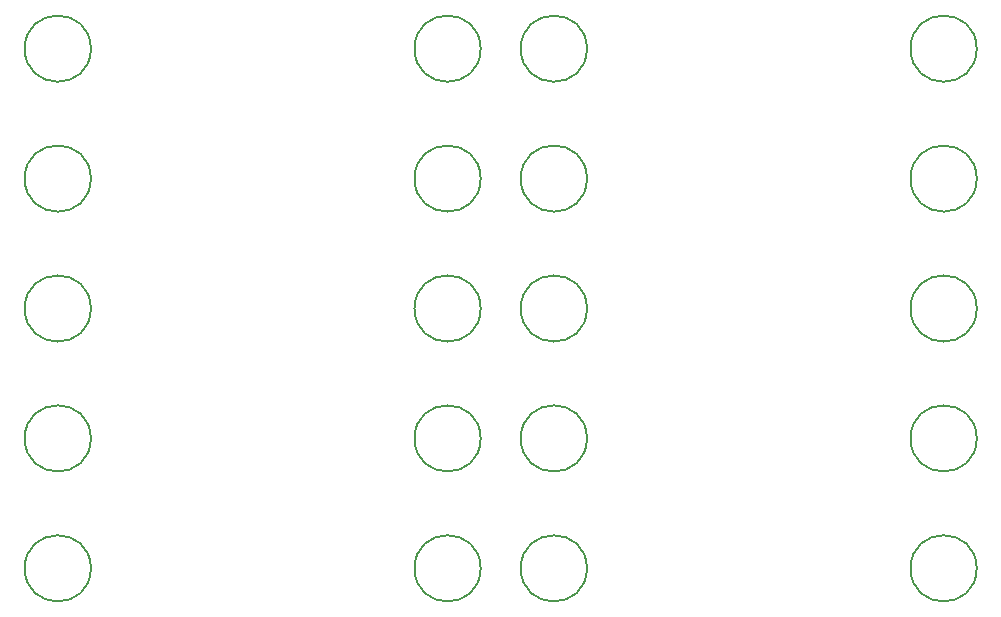
<source format=gbr>
G04 #@! TF.GenerationSoftware,KiCad,Pcbnew,7.0.9*
G04 #@! TF.CreationDate,2023-11-12T18:22:16+01:00*
G04 #@! TF.ProjectId,udb-s-panel,7564622d-732d-4706-916e-656c2e6b6963,rev?*
G04 #@! TF.SameCoordinates,Original*
G04 #@! TF.FileFunction,Other,Comment*
%FSLAX46Y46*%
G04 Gerber Fmt 4.6, Leading zero omitted, Abs format (unit mm)*
G04 Created by KiCad (PCBNEW 7.0.9) date 2023-11-12 18:22:16*
%MOMM*%
%LPD*%
G01*
G04 APERTURE LIST*
%ADD10C,0.150000*%
G04 APERTURE END LIST*
D10*
G04 #@! TO.C,H1*
X48298602Y35500005D02*
G75*
G03*
X48298602Y35500005I-2800000J0D01*
G01*
X90298603Y24500003D02*
G75*
G03*
X90298603Y24500003I-2800000J0D01*
G01*
X90298603Y46500007D02*
G75*
G03*
X90298603Y46500007I-2800000J0D01*
G01*
X48298602Y24500003D02*
G75*
G03*
X48298602Y24500003I-2800000J0D01*
G01*
G04 #@! TO.C,H2*
X57298603Y13500001D02*
G75*
G03*
X57298603Y13500001I-2800000J0D01*
G01*
X57298603Y24500003D02*
G75*
G03*
X57298603Y24500003I-2800000J0D01*
G01*
X57298603Y46500007D02*
G75*
G03*
X57298603Y46500007I-2800000J0D01*
G01*
X15298602Y24500003D02*
G75*
G03*
X15298602Y24500003I-2800000J0D01*
G01*
G04 #@! TO.C,H1*
X90298603Y13500001D02*
G75*
G03*
X90298603Y13500001I-2800000J0D01*
G01*
X90298603Y35500005D02*
G75*
G03*
X90298603Y35500005I-2800000J0D01*
G01*
G04 #@! TO.C,H2*
X15298602Y46500007D02*
G75*
G03*
X15298602Y46500007I-2800000J0D01*
G01*
X15298602Y35500005D02*
G75*
G03*
X15298602Y35500005I-2800000J0D01*
G01*
X15298602Y57500009D02*
G75*
G03*
X15298602Y57500009I-2800000J0D01*
G01*
X57298603Y35500005D02*
G75*
G03*
X57298603Y35500005I-2800000J0D01*
G01*
G04 #@! TO.C,H1*
X48298602Y46500007D02*
G75*
G03*
X48298602Y46500007I-2800000J0D01*
G01*
X48298602Y57500009D02*
G75*
G03*
X48298602Y57500009I-2800000J0D01*
G01*
G04 #@! TO.C,H2*
X57298603Y57500009D02*
G75*
G03*
X57298603Y57500009I-2800000J0D01*
G01*
X15298602Y13500001D02*
G75*
G03*
X15298602Y13500001I-2800000J0D01*
G01*
G04 #@! TO.C,H1*
X48298602Y13500001D02*
G75*
G03*
X48298602Y13500001I-2800000J0D01*
G01*
X90298603Y57500009D02*
G75*
G03*
X90298603Y57500009I-2800000J0D01*
G01*
G04 #@! TD*
M02*

</source>
